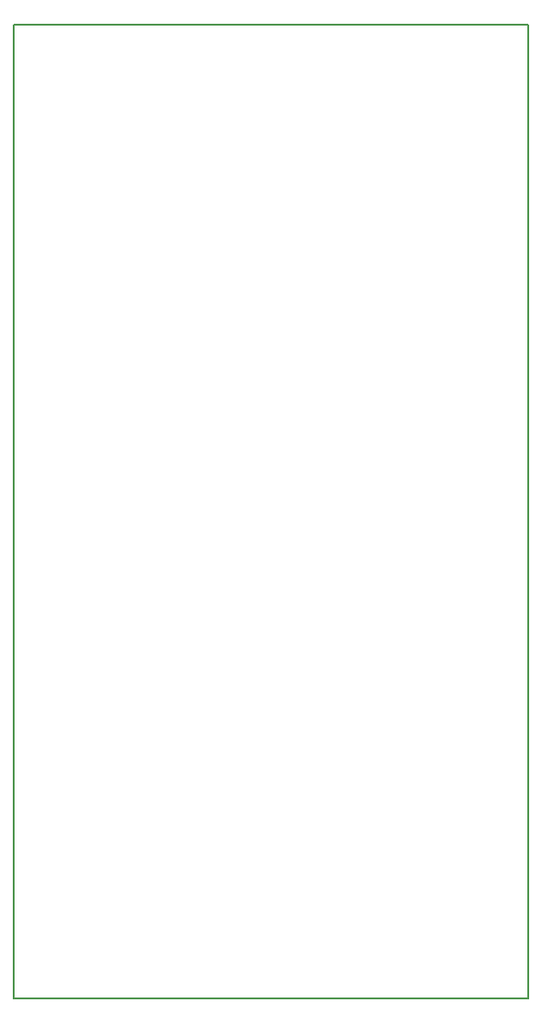
<source format=gko>
G04 #@! TF.FileFunction,Profile,NP*
%FSLAX46Y46*%
G04 Gerber Fmt 4.6, Leading zero omitted, Abs format (unit mm)*
G04 Created by KiCad (PCBNEW 4.0.1-3.201512221402+6198~38~ubuntu14.04.1-stable) date mar 02 feb 2016 20:15:53 CET*
%MOMM*%
G01*
G04 APERTURE LIST*
%ADD10C,0.101600*%
%ADD11C,0.150000*%
G04 APERTURE END LIST*
D10*
D11*
X129540000Y-140970000D02*
X129540000Y-50800000D01*
X177165000Y-50800000D02*
X177165000Y-140970000D01*
X177165000Y-140970000D02*
X129540000Y-140970000D01*
X129540000Y-50800000D02*
X177165000Y-50800000D01*
M02*

</source>
